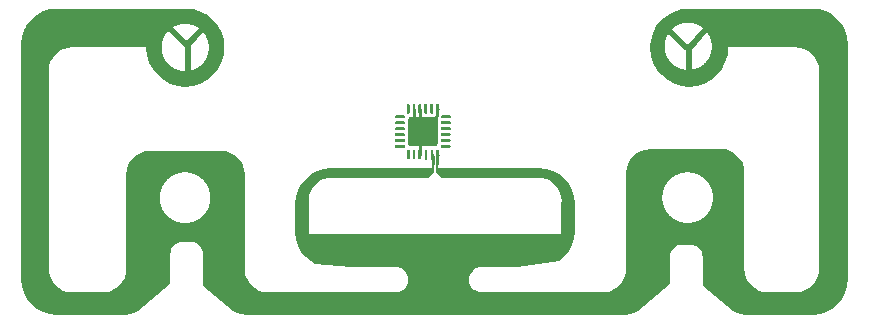
<source format=gbr>
G04 #@! TF.GenerationSoftware,KiCad,Pcbnew,5.1.9*
G04 #@! TF.CreationDate,2022-02-02T10:11:48+01:00*
G04 #@! TF.ProjectId,Test_Antenna,54657374-5f41-46e7-9465-6e6e612e6b69,rev?*
G04 #@! TF.SameCoordinates,Original*
G04 #@! TF.FileFunction,Copper,L1,Top*
G04 #@! TF.FilePolarity,Positive*
%FSLAX46Y46*%
G04 Gerber Fmt 4.6, Leading zero omitted, Abs format (unit mm)*
G04 Created by KiCad (PCBNEW 5.1.9) date 2022-02-02 10:11:48*
%MOMM*%
%LPD*%
G01*
G04 APERTURE LIST*
G04 #@! TA.AperFunction,EtchedComponent*
%ADD10C,0.100000*%
G04 #@! TD*
G04 #@! TA.AperFunction,SMDPad,CuDef*
%ADD11R,0.175000X0.500000*%
G04 #@! TD*
G04 #@! TA.AperFunction,SMDPad,CuDef*
%ADD12R,0.250000X0.825000*%
G04 #@! TD*
G04 #@! TA.AperFunction,Conductor*
%ADD13C,0.250000*%
G04 #@! TD*
G04 APERTURE END LIST*
D10*
G36*
X-3565000Y-53502000D02*
G01*
X-3195000Y-53388000D01*
X-2854000Y-53203000D01*
X-150000Y-50969000D01*
X-150000Y-48934000D01*
X-263000Y-48797000D01*
X-150000Y-48889000D01*
X-150000Y-48621000D01*
X-131000Y-48427000D01*
X-131000Y-48426000D01*
X-130000Y-48425000D01*
X-74000Y-48238000D01*
X-73000Y-48236000D01*
X-73000Y-48235000D01*
X19000Y-48063000D01*
X19000Y-48062000D01*
X20000Y-48061000D01*
X143000Y-47910000D01*
X145000Y-47908000D01*
X296000Y-47783000D01*
X297000Y-47783000D01*
X298000Y-47782000D01*
X469000Y-47689000D01*
X471000Y-47689000D01*
X472000Y-47688000D01*
X658000Y-47630000D01*
X660000Y-47630000D01*
X818000Y-47610000D01*
X1626000Y-47610000D01*
X1819000Y-47638000D01*
X1820000Y-47638000D01*
X1822000Y-47639000D01*
X2006000Y-47703000D01*
X2007000Y-47704000D01*
X2008000Y-47704000D01*
X2176000Y-47803000D01*
X2177000Y-47803000D01*
X2179000Y-47805000D01*
X2324000Y-47934000D01*
X2326000Y-47936000D01*
X2444000Y-48092000D01*
X2445000Y-48093000D01*
X2445000Y-48094000D01*
X2530000Y-48269000D01*
X2531000Y-48270000D01*
X2531000Y-48272000D01*
X2581000Y-48461000D01*
X2581000Y-48463000D01*
X2594000Y-48621000D01*
X2594000Y-51130000D01*
X5142000Y-53211000D01*
X5485000Y-53393000D01*
X5856000Y-53505000D01*
X6243000Y-53543000D01*
X11923000Y-53543000D01*
X12504000Y-53482000D01*
X13060000Y-53310000D01*
X13573000Y-53032000D01*
X14022000Y-52661000D01*
X14391000Y-52209000D01*
X14664000Y-51694000D01*
X14833000Y-51136000D01*
X14890000Y-50556000D01*
X14890000Y-30591000D01*
X14829000Y-30011000D01*
X14656000Y-29454000D01*
X14379000Y-28941000D01*
X14008000Y-28492000D01*
X13556000Y-28124000D01*
X13041000Y-27850000D01*
X12483000Y-27681000D01*
X11902000Y-27624000D01*
X1467000Y-27624000D01*
X1398000Y-27625000D01*
X1394100Y-27625500D01*
X756000Y-27702000D01*
X143000Y-27901000D01*
X-287000Y-28141200D01*
X-421000Y-28216000D01*
X-912000Y-28634000D01*
X-1313000Y-29140000D01*
X-1413210Y-29335000D01*
X41000Y-29335000D01*
X67400Y-29311600D01*
X94200Y-29288700D01*
X121400Y-29266300D01*
X149000Y-29244300D01*
X177000Y-29222900D01*
X205400Y-29201900D01*
X234100Y-29181500D01*
X263200Y-29161500D01*
X292600Y-29142100D01*
X322400Y-29123200D01*
X352500Y-29104800D01*
X382900Y-29087000D01*
X413600Y-29069700D01*
X444600Y-29052900D01*
X475900Y-29036700D01*
X507500Y-29021000D01*
X539400Y-29005900D01*
X571500Y-28991400D01*
X603900Y-28977400D01*
X636500Y-28964000D01*
X669400Y-28951200D01*
X702500Y-28939000D01*
X735800Y-28927300D01*
X769200Y-28916200D01*
X802900Y-28905800D01*
X836800Y-28895900D01*
X870800Y-28886600D01*
X905000Y-28878000D01*
X939300Y-28869900D01*
X973800Y-28862400D01*
X1008300Y-28855600D01*
X1043100Y-28849300D01*
X1077900Y-28843700D01*
X1112800Y-28838700D01*
X1147800Y-28834300D01*
X1182800Y-28830500D01*
X1217900Y-28827300D01*
X1253100Y-28824800D01*
X1288300Y-28822800D01*
X1323600Y-28821500D01*
X1358800Y-28820900D01*
X1394100Y-28820800D01*
X1429300Y-28821400D01*
X1464600Y-28822500D01*
X1499800Y-28824300D01*
X1535000Y-28826800D01*
X1570100Y-28829800D01*
X1605200Y-28833500D01*
X1640200Y-28837800D01*
X1675100Y-28842700D01*
X1710000Y-28848200D01*
X1744700Y-28854300D01*
X1779300Y-28861000D01*
X1813800Y-28868400D01*
X1848100Y-28876300D01*
X1882400Y-28884900D01*
X1916400Y-28894100D01*
X1950300Y-28903800D01*
X1984000Y-28914200D01*
X2017500Y-28925100D01*
X2050800Y-28936700D01*
X2084000Y-28948800D01*
X2116900Y-28961500D01*
X2149500Y-28974800D01*
X2182000Y-28988600D01*
X2214100Y-29003100D01*
X2246000Y-29018000D01*
X2277700Y-29033600D01*
X2309100Y-29049700D01*
X2340100Y-29066400D01*
X2370900Y-29083600D01*
X2401400Y-29101300D01*
X2431600Y-29119600D01*
X2461400Y-29138400D01*
X2490900Y-29157700D01*
X2520000Y-29177600D01*
X2548800Y-29197900D01*
X2577300Y-29218800D01*
X2605300Y-29240100D01*
X2633000Y-29262000D01*
X1384000Y-30678000D01*
X41000Y-29335000D01*
X-1413210Y-29335000D01*
X-1608000Y-29714000D01*
X-1786000Y-30334000D01*
X-1825680Y-30807300D01*
X-620300Y-30807300D01*
X-619700Y-30772200D01*
X-618600Y-30737100D01*
X-616800Y-30702100D01*
X-614400Y-30667100D01*
X-611400Y-30632100D01*
X-607800Y-30597200D01*
X-603600Y-30562300D01*
X-598700Y-30527600D01*
X-593300Y-30492900D01*
X-587200Y-30458400D01*
X-580600Y-30423900D01*
X-573300Y-30389600D01*
X-565500Y-30355400D01*
X-557000Y-30321300D01*
X-547900Y-30287400D01*
X-538300Y-30253700D01*
X-528100Y-30220100D01*
X-517200Y-30186700D01*
X-505800Y-30153500D01*
X-493800Y-30120500D01*
X-481200Y-30087800D01*
X-468100Y-30055200D01*
X-454400Y-30022900D01*
X-440100Y-29990900D01*
X-425300Y-29959100D01*
X-409900Y-29927500D01*
X-393900Y-29896300D01*
X-377500Y-29865300D01*
X-360400Y-29834600D01*
X-342900Y-29804200D01*
X-324800Y-29774200D01*
X-306100Y-29744400D01*
X-287000Y-29715000D01*
X1106000Y-31108000D01*
X1671000Y-31108000D01*
X2981000Y-29622000D01*
X3001800Y-29650200D01*
X3022000Y-29678800D01*
X3041800Y-29707800D01*
X3061000Y-29737100D01*
X3079800Y-29766700D01*
X3098000Y-29796600D01*
X3115700Y-29826900D01*
X3132800Y-29857500D01*
X3149400Y-29888300D01*
X3165500Y-29919500D01*
X3181000Y-29950900D01*
X3196000Y-29982600D01*
X3210400Y-30014500D01*
X3224200Y-30046700D01*
X3237500Y-30079100D01*
X3250200Y-30111800D01*
X3262400Y-30144700D01*
X3273900Y-30177800D01*
X3284900Y-30211100D01*
X3295300Y-30244500D01*
X3305100Y-30278200D01*
X3314300Y-30312000D01*
X3322900Y-30346000D01*
X3331000Y-30380100D01*
X3338400Y-30414300D01*
X3345200Y-30448700D01*
X3351400Y-30483200D01*
X3357100Y-30517800D01*
X3362100Y-30552500D01*
X3366500Y-30587200D01*
X3370300Y-30622100D01*
X3373400Y-30657000D01*
X3376000Y-30691900D01*
X3378000Y-30726900D01*
X3379300Y-30762000D01*
X3380000Y-30797000D01*
X3380100Y-30832000D01*
X3379600Y-30867100D01*
X3378500Y-30902100D01*
X3376800Y-30937100D01*
X3374500Y-30972100D01*
X3371500Y-31007000D01*
X3367900Y-31041900D01*
X3363800Y-31076700D01*
X3359000Y-31111400D01*
X3353600Y-31146000D01*
X3347600Y-31180600D01*
X3341000Y-31215000D01*
X3333800Y-31249300D01*
X3326000Y-31283400D01*
X3317600Y-31317500D01*
X3308600Y-31351300D01*
X3299000Y-31385000D01*
X3288800Y-31418600D01*
X3278100Y-31451900D01*
X3266700Y-31485100D01*
X3254800Y-31518100D01*
X3242300Y-31550800D01*
X3229200Y-31583300D01*
X3215600Y-31615600D01*
X3201400Y-31647600D01*
X3186600Y-31679400D01*
X3171300Y-31710900D01*
X3155400Y-31742200D01*
X3139000Y-31773200D01*
X3122100Y-31803800D01*
X3104600Y-31834200D01*
X3086600Y-31864300D01*
X3068000Y-31894000D01*
X3049000Y-31923400D01*
X3029400Y-31952500D01*
X3009300Y-31981200D01*
X2988700Y-32009600D01*
X2967700Y-32037600D01*
X2946100Y-32065200D01*
X2924100Y-32092500D01*
X2901600Y-32119300D01*
X2878600Y-32145800D01*
X2855100Y-32171900D01*
X2831200Y-32197500D01*
X2806900Y-32222700D01*
X2782100Y-32247500D01*
X2756900Y-32271900D01*
X2731300Y-32295800D01*
X2705200Y-32319200D01*
X2678800Y-32342200D01*
X2651900Y-32364700D01*
X2624700Y-32386800D01*
X2597100Y-32408300D01*
X2569100Y-32429400D01*
X2540700Y-32450000D01*
X2512000Y-32470100D01*
X2482900Y-32489700D01*
X2453500Y-32508700D01*
X2423800Y-32527300D01*
X2393700Y-32545300D01*
X2363400Y-32562800D01*
X2332700Y-32579800D01*
X2301700Y-32596200D01*
X2270500Y-32612100D01*
X2239000Y-32627400D01*
X2207200Y-32642200D01*
X2175200Y-32656400D01*
X2142900Y-32670100D01*
X2110400Y-32683100D01*
X2077600Y-32695700D01*
X2044700Y-32707600D01*
X2011500Y-32719000D01*
X1978200Y-32729700D01*
X1944600Y-32739900D01*
X1910900Y-32749500D01*
X1877100Y-32758500D01*
X1843000Y-32766900D01*
X1808900Y-32774800D01*
X1774600Y-32782000D01*
X1740200Y-32788600D01*
X1705600Y-32794600D01*
X1671000Y-32800000D01*
X1671000Y-31108000D01*
X1106000Y-31108000D01*
X1173000Y-31175000D01*
X1173000Y-32810000D01*
X1138100Y-32806100D01*
X1103300Y-32801500D01*
X1068600Y-32796400D01*
X1034000Y-32790600D01*
X999500Y-32784200D01*
X965100Y-32777300D01*
X930800Y-32769700D01*
X896700Y-32761500D01*
X862700Y-32752700D01*
X828900Y-32743300D01*
X795300Y-32733400D01*
X761800Y-32722800D01*
X728500Y-32711700D01*
X695400Y-32700000D01*
X662600Y-32687700D01*
X629900Y-32674800D01*
X597500Y-32661400D01*
X565300Y-32647400D01*
X533400Y-32632800D01*
X501700Y-32617700D01*
X470300Y-32602000D01*
X439200Y-32585700D01*
X408400Y-32569000D01*
X377900Y-32551700D01*
X347600Y-32533800D01*
X317700Y-32515400D01*
X288200Y-32496500D01*
X258900Y-32477100D01*
X230000Y-32457200D01*
X201500Y-32436800D01*
X173300Y-32415900D01*
X145500Y-32394400D01*
X118100Y-32372600D01*
X91100Y-32350200D01*
X64400Y-32327300D01*
X38200Y-32304000D01*
X12400Y-32280300D01*
X-13000Y-32256000D01*
X-38000Y-32231400D01*
X-62500Y-32206300D01*
X-86600Y-32180800D01*
X-110300Y-32154800D01*
X-133400Y-32128500D01*
X-156100Y-32101700D01*
X-178400Y-32074600D01*
X-200100Y-32047000D01*
X-221400Y-32019100D01*
X-242200Y-31990900D01*
X-262500Y-31962200D01*
X-282300Y-31933200D01*
X-301500Y-31903900D01*
X-320300Y-31874200D01*
X-338500Y-31844200D01*
X-356200Y-31813900D01*
X-373400Y-31783300D01*
X-390000Y-31752400D01*
X-406100Y-31721200D01*
X-421600Y-31689800D01*
X-436600Y-31658000D01*
X-451000Y-31626000D01*
X-464800Y-31593800D01*
X-478100Y-31561300D01*
X-490800Y-31528600D01*
X-502900Y-31495600D01*
X-514500Y-31462500D01*
X-525500Y-31429200D01*
X-535900Y-31395700D01*
X-545700Y-31362000D01*
X-554900Y-31328100D01*
X-563500Y-31294100D01*
X-571500Y-31259900D01*
X-578900Y-31225600D01*
X-585700Y-31191200D01*
X-591900Y-31156600D01*
X-597500Y-31122000D01*
X-602500Y-31087200D01*
X-606800Y-31052400D01*
X-610600Y-31017500D01*
X-613700Y-30982600D01*
X-616300Y-30947600D01*
X-618200Y-30912500D01*
X-619500Y-30877500D01*
X-620200Y-30842400D01*
X-620300Y-30807300D01*
X-1825680Y-30807300D01*
X-1840000Y-30978000D01*
X-1768000Y-31619000D01*
X-1573000Y-32234000D01*
X-1262000Y-32800000D01*
X-847000Y-33294000D01*
X-344000Y-33699000D01*
X228000Y-33998000D01*
X847000Y-34180000D01*
X1489000Y-34238000D01*
X2131000Y-34171000D01*
X2748000Y-33980000D01*
X3316000Y-33673000D01*
X3813000Y-33262000D01*
X4221000Y-32762000D01*
X4524000Y-32192000D01*
X4710000Y-31574000D01*
X4774000Y-30930000D01*
X4774000Y-30926000D01*
X4776000Y-30924000D01*
X4777000Y-30922000D01*
X4779000Y-30920000D01*
X4782000Y-30919000D01*
X4784000Y-30919000D01*
X4785000Y-30918000D01*
X10448000Y-30918000D01*
X10836000Y-30956000D01*
X10838000Y-30957000D01*
X10839000Y-30957000D01*
X11212000Y-31070000D01*
X11214000Y-31070000D01*
X11215000Y-31071000D01*
X11559000Y-31254000D01*
X11560000Y-31254000D01*
X11561000Y-31255000D01*
X11562000Y-31255000D01*
X11864000Y-31502000D01*
X11866000Y-31504000D01*
X12115000Y-31805000D01*
X12115000Y-31806000D01*
X12116000Y-31807000D01*
X12302000Y-32150000D01*
X12302000Y-32151000D01*
X12303000Y-32153000D01*
X12418000Y-32525000D01*
X12418000Y-32527000D01*
X12419000Y-32528000D01*
X12459000Y-32916000D01*
X12459000Y-32917000D01*
X12460000Y-32918000D01*
X12460000Y-49644000D01*
X12421000Y-50032000D01*
X12421000Y-50035000D01*
X12308000Y-50408000D01*
X12308000Y-50410000D01*
X12307000Y-50411000D01*
X12124000Y-50755000D01*
X12124000Y-50756000D01*
X12122000Y-50758000D01*
X11876000Y-51060000D01*
X11874000Y-51062000D01*
X11573000Y-51311000D01*
X11572000Y-51312000D01*
X11571000Y-51312000D01*
X11228000Y-51498000D01*
X11226000Y-51498000D01*
X11225000Y-51499000D01*
X10852000Y-51614000D01*
X10851000Y-51615000D01*
X10850000Y-51615000D01*
X10462000Y-51656000D01*
X8154000Y-51656000D01*
X7766000Y-51618000D01*
X7765000Y-51617000D01*
X7763000Y-51617000D01*
X7390000Y-51504000D01*
X7388000Y-51504000D01*
X7387000Y-51503000D01*
X7043000Y-51320000D01*
X7042000Y-51319000D01*
X7041000Y-51319000D01*
X6738000Y-51072000D01*
X6736000Y-51070000D01*
X6487000Y-50769000D01*
X6487000Y-50768000D01*
X6486000Y-50767000D01*
X6300000Y-50424000D01*
X6300000Y-50423000D01*
X6299000Y-50421000D01*
X6184000Y-50049000D01*
X6184000Y-50047000D01*
X6183000Y-50046000D01*
X6143000Y-49658000D01*
X6143000Y-49657000D01*
X6142000Y-49643000D01*
X6142000Y-41495000D01*
X6102000Y-41109000D01*
X5987000Y-40738000D01*
X5802000Y-40397000D01*
X5555000Y-40099000D01*
X5255000Y-39854000D01*
X4912000Y-39672000D01*
X4541000Y-39560000D01*
X4154000Y-39522000D01*
X2414000Y-39523000D01*
X-1892000Y-39523000D01*
X-2278000Y-39563000D01*
X-2649000Y-39678000D01*
X-2990000Y-39862000D01*
X-3288000Y-40109000D01*
X-3533000Y-40410000D01*
X-3715000Y-40752000D01*
X-3828000Y-41123000D01*
X-3865000Y-41510000D01*
X-3865000Y-43635000D01*
X-811000Y-43635000D01*
X-810700Y-43597600D01*
X-809700Y-43560200D01*
X-808100Y-43522800D01*
X-805800Y-43485500D01*
X-802800Y-43448200D01*
X-799300Y-43411000D01*
X-795000Y-43373800D01*
X-790100Y-43336800D01*
X-784600Y-43299800D01*
X-778400Y-43262900D01*
X-771600Y-43226100D01*
X-764200Y-43189400D01*
X-756100Y-43152900D01*
X-747300Y-43116600D01*
X-738000Y-43080400D01*
X-728000Y-43044300D01*
X-717400Y-43008400D01*
X-706100Y-42972800D01*
X-694200Y-42937300D01*
X-681800Y-42902100D01*
X-668700Y-42867000D01*
X-655000Y-42832200D01*
X-640600Y-42797700D01*
X-625700Y-42763400D01*
X-610200Y-42729300D01*
X-594100Y-42695600D01*
X-577400Y-42662100D01*
X-560200Y-42628900D01*
X-542300Y-42596100D01*
X-523900Y-42563500D01*
X-504900Y-42531300D01*
X-485400Y-42499400D01*
X-465300Y-42467800D01*
X-444600Y-42436600D01*
X-423400Y-42405800D01*
X-401700Y-42375400D01*
X-379500Y-42345300D01*
X-356700Y-42315600D01*
X-333400Y-42286400D01*
X-309600Y-42257500D01*
X-285300Y-42229100D01*
X-260600Y-42201100D01*
X-235300Y-42173500D01*
X-209500Y-42146300D01*
X-183300Y-42119700D01*
X-156700Y-42093500D01*
X-129500Y-42067700D01*
X-101900Y-42042400D01*
X-73900Y-42017700D01*
X-45500Y-41993400D01*
X-16600Y-41969600D01*
X12600Y-41946300D01*
X42300Y-41923500D01*
X72400Y-41901300D01*
X102800Y-41879600D01*
X133600Y-41858400D01*
X164800Y-41837700D01*
X196400Y-41817600D01*
X228300Y-41798100D01*
X260500Y-41779100D01*
X293100Y-41760700D01*
X325900Y-41742800D01*
X359100Y-41725600D01*
X392600Y-41708900D01*
X426300Y-41692800D01*
X460400Y-41677300D01*
X494700Y-41662400D01*
X529200Y-41648000D01*
X564000Y-41634300D01*
X599100Y-41621200D01*
X634300Y-41608800D01*
X669800Y-41596900D01*
X705400Y-41585600D01*
X741300Y-41575000D01*
X777400Y-41565000D01*
X813600Y-41555700D01*
X849900Y-41546900D01*
X886400Y-41538800D01*
X923100Y-41531400D01*
X959900Y-41524600D01*
X996800Y-41518400D01*
X1033800Y-41512900D01*
X1070800Y-41508000D01*
X1108000Y-41503700D01*
X1145200Y-41500200D01*
X1182500Y-41497200D01*
X1219800Y-41494900D01*
X1257200Y-41493300D01*
X1294600Y-41492300D01*
X1332000Y-41492000D01*
X1369400Y-41492300D01*
X1406800Y-41493300D01*
X1444200Y-41494900D01*
X1481500Y-41497200D01*
X1518800Y-41500200D01*
X1556000Y-41503700D01*
X1593200Y-41508000D01*
X1630200Y-41512900D01*
X1667200Y-41518400D01*
X1704100Y-41524600D01*
X1740900Y-41531400D01*
X1777600Y-41538800D01*
X1814100Y-41546900D01*
X1850400Y-41555700D01*
X1886600Y-41565000D01*
X1922700Y-41575000D01*
X1958600Y-41585600D01*
X1994200Y-41596900D01*
X2029700Y-41608800D01*
X2064900Y-41621200D01*
X2100000Y-41634300D01*
X2134800Y-41648000D01*
X2169300Y-41662400D01*
X2203600Y-41677300D01*
X2237700Y-41692800D01*
X2271400Y-41708900D01*
X2304900Y-41725600D01*
X2338100Y-41742800D01*
X2370900Y-41760700D01*
X2403500Y-41779100D01*
X2435700Y-41798100D01*
X2467600Y-41817600D01*
X2499200Y-41837700D01*
X2530400Y-41858400D01*
X2561200Y-41879600D01*
X2591600Y-41901300D01*
X2621700Y-41923500D01*
X2651400Y-41946300D01*
X2680600Y-41969600D01*
X2709500Y-41993400D01*
X2737900Y-42017700D01*
X2765900Y-42042400D01*
X2793500Y-42067700D01*
X2820700Y-42093500D01*
X2847300Y-42119700D01*
X2873500Y-42146300D01*
X2899300Y-42173500D01*
X2924600Y-42201100D01*
X2949300Y-42229100D01*
X2973600Y-42257500D01*
X2997400Y-42286400D01*
X3020700Y-42315600D01*
X3043500Y-42345300D01*
X3065700Y-42375400D01*
X3087400Y-42405800D01*
X3108600Y-42436600D01*
X3129300Y-42467800D01*
X3149400Y-42499400D01*
X3168900Y-42531300D01*
X3187900Y-42563500D01*
X3206300Y-42596100D01*
X3224200Y-42628900D01*
X3241400Y-42662100D01*
X3258100Y-42695600D01*
X3274200Y-42729300D01*
X3289700Y-42763400D01*
X3304600Y-42797700D01*
X3319000Y-42832200D01*
X3332700Y-42867000D01*
X3345800Y-42902100D01*
X3358200Y-42937300D01*
X3370100Y-42972800D01*
X3381400Y-43008400D01*
X3392000Y-43044300D01*
X3402000Y-43080400D01*
X3411300Y-43116600D01*
X3420100Y-43152900D01*
X3428200Y-43189400D01*
X3435600Y-43226100D01*
X3442400Y-43262900D01*
X3448600Y-43299800D01*
X3454100Y-43336800D01*
X3459000Y-43373800D01*
X3463300Y-43411000D01*
X3466800Y-43448200D01*
X3469800Y-43485500D01*
X3472100Y-43522800D01*
X3473700Y-43560200D01*
X3474700Y-43597600D01*
X3475000Y-43635000D01*
X3474700Y-43672400D01*
X3473700Y-43709800D01*
X3472100Y-43747200D01*
X3469800Y-43784500D01*
X3466800Y-43821800D01*
X3463300Y-43859000D01*
X3459000Y-43896200D01*
X3454100Y-43933200D01*
X3448600Y-43970200D01*
X3442400Y-44007100D01*
X3435600Y-44043900D01*
X3428200Y-44080600D01*
X3420100Y-44117100D01*
X3411300Y-44153400D01*
X3402000Y-44189600D01*
X3392000Y-44225700D01*
X3381400Y-44261600D01*
X3370100Y-44297200D01*
X3358200Y-44332700D01*
X3345800Y-44367900D01*
X3332700Y-44403000D01*
X3319000Y-44437800D01*
X3304600Y-44472300D01*
X3289700Y-44506600D01*
X3274200Y-44540700D01*
X3258100Y-44574400D01*
X3241400Y-44607900D01*
X3224200Y-44641100D01*
X3206300Y-44673900D01*
X3187900Y-44706500D01*
X3168900Y-44738700D01*
X3149400Y-44770600D01*
X3129300Y-44802200D01*
X3108600Y-44833400D01*
X3087400Y-44864200D01*
X3065700Y-44894600D01*
X3043500Y-44924700D01*
X3020700Y-44954400D01*
X2997400Y-44983600D01*
X2973600Y-45012500D01*
X2949300Y-45040900D01*
X2924600Y-45068900D01*
X2899300Y-45096500D01*
X2873500Y-45123700D01*
X2847300Y-45150300D01*
X2820700Y-45176500D01*
X2793500Y-45202300D01*
X2765900Y-45227600D01*
X2737900Y-45252300D01*
X2709500Y-45276600D01*
X2680600Y-45300400D01*
X2651400Y-45323700D01*
X2621700Y-45346500D01*
X2591600Y-45368700D01*
X2561200Y-45390400D01*
X2530400Y-45411600D01*
X2499200Y-45432300D01*
X2467600Y-45452400D01*
X2435700Y-45471900D01*
X2403500Y-45490900D01*
X2370900Y-45509300D01*
X2338100Y-45527200D01*
X2304900Y-45544400D01*
X2271400Y-45561100D01*
X2237700Y-45577200D01*
X2203600Y-45592700D01*
X2169300Y-45607600D01*
X2134800Y-45622000D01*
X2100000Y-45635700D01*
X2064900Y-45648800D01*
X2029700Y-45661200D01*
X1994200Y-45673100D01*
X1958600Y-45684400D01*
X1922700Y-45695000D01*
X1886600Y-45705000D01*
X1850400Y-45714300D01*
X1814100Y-45723100D01*
X1777600Y-45731200D01*
X1740900Y-45738600D01*
X1704100Y-45745400D01*
X1667200Y-45751600D01*
X1630200Y-45757100D01*
X1593200Y-45762000D01*
X1556000Y-45766300D01*
X1518800Y-45769800D01*
X1481500Y-45772800D01*
X1444200Y-45775100D01*
X1406800Y-45776700D01*
X1369400Y-45777700D01*
X1332000Y-45778000D01*
X1294600Y-45777700D01*
X1257200Y-45776700D01*
X1219800Y-45775100D01*
X1182500Y-45772800D01*
X1145200Y-45769800D01*
X1108000Y-45766300D01*
X1070800Y-45762000D01*
X1033800Y-45757100D01*
X996800Y-45751600D01*
X959900Y-45745400D01*
X923100Y-45738600D01*
X886400Y-45731200D01*
X849900Y-45723100D01*
X813600Y-45714300D01*
X777400Y-45705000D01*
X741300Y-45695000D01*
X705400Y-45684400D01*
X669800Y-45673100D01*
X634300Y-45661200D01*
X599100Y-45648800D01*
X564000Y-45635700D01*
X529200Y-45622000D01*
X494700Y-45607600D01*
X460400Y-45592700D01*
X426300Y-45577200D01*
X392600Y-45561100D01*
X359100Y-45544400D01*
X325900Y-45527200D01*
X293100Y-45509300D01*
X260500Y-45490900D01*
X228300Y-45471900D01*
X196400Y-45452400D01*
X164800Y-45432300D01*
X133600Y-45411600D01*
X102800Y-45390400D01*
X72400Y-45368700D01*
X42300Y-45346500D01*
X12600Y-45323700D01*
X-16600Y-45300400D01*
X-45500Y-45276600D01*
X-73900Y-45252300D01*
X-101900Y-45227600D01*
X-129500Y-45202300D01*
X-156700Y-45176500D01*
X-183300Y-45150300D01*
X-209500Y-45123700D01*
X-235300Y-45096500D01*
X-260600Y-45068900D01*
X-285300Y-45040900D01*
X-309600Y-45012500D01*
X-333400Y-44983600D01*
X-356700Y-44954400D01*
X-379500Y-44924700D01*
X-401700Y-44894600D01*
X-423400Y-44864200D01*
X-444600Y-44833400D01*
X-465300Y-44802200D01*
X-485400Y-44770600D01*
X-504900Y-44738700D01*
X-523900Y-44706500D01*
X-542300Y-44673900D01*
X-560200Y-44641100D01*
X-577400Y-44607900D01*
X-594100Y-44574400D01*
X-610200Y-44540700D01*
X-625700Y-44506600D01*
X-640600Y-44472300D01*
X-655000Y-44437800D01*
X-668700Y-44403000D01*
X-681800Y-44367900D01*
X-694200Y-44332700D01*
X-706100Y-44297200D01*
X-717400Y-44261600D01*
X-728000Y-44225700D01*
X-738000Y-44189600D01*
X-747300Y-44153400D01*
X-756100Y-44117100D01*
X-764200Y-44080600D01*
X-771600Y-44043900D01*
X-778400Y-44007100D01*
X-784600Y-43970200D01*
X-790100Y-43933200D01*
X-795000Y-43896200D01*
X-799300Y-43859000D01*
X-802800Y-43821800D01*
X-805800Y-43784500D01*
X-808100Y-43747200D01*
X-809700Y-43709800D01*
X-810700Y-43672400D01*
X-811000Y-43635000D01*
X-3865000Y-43635000D01*
X-3865000Y-49644000D01*
X-3904000Y-50032000D01*
X-3904000Y-50035000D01*
X-4017000Y-50408000D01*
X-4017000Y-50410000D01*
X-4018000Y-50411000D01*
X-4201000Y-50755000D01*
X-4201000Y-50756000D01*
X-4203000Y-50758000D01*
X-4449000Y-51060000D01*
X-4451000Y-51062000D01*
X-4752000Y-51311000D01*
X-4753000Y-51312000D01*
X-4754000Y-51312000D01*
X-5097000Y-51498000D01*
X-5099000Y-51498000D01*
X-5100000Y-51499000D01*
X-5473000Y-51614000D01*
X-5474000Y-51615000D01*
X-5475000Y-51615000D01*
X-5863000Y-51656000D01*
X-16153000Y-51656000D01*
X-16347000Y-51637000D01*
X-16348000Y-51636000D01*
X-16349000Y-51636000D01*
X-16536000Y-51580000D01*
X-16537000Y-51579000D01*
X-16539000Y-51579000D01*
X-16711000Y-51487000D01*
X-16712000Y-51486000D01*
X-16713000Y-51486000D01*
X-16864000Y-51362000D01*
X-16865000Y-51361000D01*
X-16866000Y-51361000D01*
X-16991000Y-51210000D01*
X-16991000Y-51209000D01*
X-16992000Y-51208000D01*
X-17085000Y-51036000D01*
X-17085000Y-51035000D01*
X-17086000Y-51034000D01*
X-17143000Y-50847000D01*
X-17144000Y-50847000D01*
X-17144000Y-50845000D01*
X-17164000Y-50651000D01*
X-17164000Y-50650000D01*
X-17165000Y-50643000D01*
X-17165000Y-50539000D01*
X-17164000Y-50538000D01*
X-17145000Y-50344000D01*
X-17145000Y-50341000D01*
X-17088000Y-50154000D01*
X-17088000Y-50152000D01*
X-16996000Y-49980000D01*
X-16996000Y-49979000D01*
X-16994000Y-49977000D01*
X-16871000Y-49826000D01*
X-16869000Y-49824000D01*
X-16719000Y-49700000D01*
X-16718000Y-49699000D01*
X-16717000Y-49699000D01*
X-16545000Y-49606000D01*
X-16544000Y-49605000D01*
X-16543000Y-49605000D01*
X-16356000Y-49547000D01*
X-16354000Y-49547000D01*
X-16160000Y-49526000D01*
X-13095000Y-49526000D01*
X-9547000Y-49015000D01*
X-9097000Y-48644000D01*
X-8729000Y-48192000D01*
X-8455000Y-47677000D01*
X-8287000Y-47119000D01*
X-8230000Y-46539000D01*
X-8230000Y-44100000D01*
X-8291000Y-43520000D01*
X-8463000Y-42963000D01*
X-8741000Y-42450000D01*
X-9112000Y-42001000D01*
X-9564000Y-41633000D01*
X-10079000Y-41359000D01*
X-10637000Y-41190000D01*
X-11217000Y-41133000D01*
X-19697000Y-41134000D01*
X-19784000Y-41134000D01*
X-19786000Y-41133000D01*
X-19789000Y-41133000D01*
X-19791000Y-41131000D01*
X-19793000Y-41130000D01*
X-19795000Y-41128000D01*
X-19796000Y-41125000D01*
X-19797000Y-41123000D01*
X-19797000Y-40670000D01*
X-19971000Y-40670000D01*
X-19971000Y-41444000D01*
X-19478000Y-41936000D01*
X-11368000Y-41936000D01*
X-10979000Y-41974000D01*
X-10979000Y-41975000D01*
X-10977000Y-41975000D01*
X-10603000Y-42088000D01*
X-10602000Y-42088000D01*
X-10601000Y-42089000D01*
X-10270000Y-42263000D01*
X-10268000Y-42264000D01*
X-9877000Y-42598000D01*
X-9876000Y-42600000D01*
X-9875000Y-42600000D01*
X-9652000Y-42899000D01*
X-9650000Y-42901000D01*
X-9487000Y-43236000D01*
X-9486000Y-43237000D01*
X-9486000Y-43238000D01*
X-9399000Y-43536000D01*
X-9399000Y-43537000D01*
X-9398000Y-43539000D01*
X-9334000Y-44041000D01*
X-9356000Y-44041000D01*
X-9356000Y-44148000D01*
X-9353000Y-44148000D01*
X-9353000Y-46266000D01*
X-9356000Y-46266000D01*
X-9356000Y-46717000D01*
X-30762000Y-46717000D01*
X-30762000Y-46268000D01*
X-30765000Y-46268000D01*
X-30765000Y-44332000D01*
X-30762000Y-44332000D01*
X-30762000Y-44041000D01*
X-30719000Y-43704000D01*
X-30719000Y-43536000D01*
X-30632000Y-43238000D01*
X-30631000Y-43237000D01*
X-30631000Y-43236000D01*
X-30467000Y-42901000D01*
X-30466000Y-42900000D01*
X-30466000Y-42899000D01*
X-30242000Y-42600000D01*
X-30240000Y-42598000D01*
X-29849000Y-42264000D01*
X-29848000Y-42263000D01*
X-29847000Y-42263000D01*
X-29501000Y-42082000D01*
X-29500000Y-42082000D01*
X-29499000Y-42081000D01*
X-29124000Y-41972000D01*
X-29123000Y-41972000D01*
X-29122000Y-41971000D01*
X-28750000Y-41936000D01*
X-20639000Y-41936000D01*
X-20147000Y-41444000D01*
X-20147000Y-40670000D01*
X-20321000Y-40670000D01*
X-20321000Y-41120000D01*
X-20320000Y-41120000D01*
X-20321000Y-41123000D01*
X-20321000Y-41125000D01*
X-20323000Y-41128000D01*
X-20324000Y-41130000D01*
X-20326000Y-41131000D01*
X-20329000Y-41132000D01*
X-20331000Y-41133000D01*
X-28921000Y-41133000D01*
X-29501000Y-41194000D01*
X-30058000Y-41367000D01*
X-30571000Y-41644000D01*
X-31020000Y-42016000D01*
X-31388000Y-42467000D01*
X-31662000Y-42982000D01*
X-31831000Y-43540000D01*
X-31888000Y-44121000D01*
X-31888000Y-46539000D01*
X-31887000Y-46559000D01*
X-31826000Y-47140000D01*
X-31654000Y-47697000D01*
X-31377000Y-48209000D01*
X-31005000Y-48659000D01*
X-30554000Y-49027000D01*
X-30175000Y-49229000D01*
X-27151000Y-49526000D01*
X-23347000Y-49526000D01*
X-23153000Y-49545000D01*
X-23151000Y-49545000D01*
X-23150000Y-49546000D01*
X-22963000Y-49602000D01*
X-22962000Y-49603000D01*
X-22961000Y-49603000D01*
X-22789000Y-49695000D01*
X-22787000Y-49695000D01*
X-22786000Y-49696000D01*
X-22635000Y-49819000D01*
X-22635000Y-49820000D01*
X-22634000Y-49820000D01*
X-22633000Y-49821000D01*
X-22509000Y-49972000D01*
X-22507000Y-49974000D01*
X-22415000Y-50145000D01*
X-22415000Y-50146000D01*
X-22414000Y-50147000D01*
X-22414000Y-50148000D01*
X-22356000Y-50334000D01*
X-22356000Y-50336000D01*
X-22355000Y-50337000D01*
X-22335000Y-50531000D01*
X-22335000Y-50644000D01*
X-22354000Y-50838000D01*
X-22354000Y-50839000D01*
X-22355000Y-50841000D01*
X-22411000Y-51027000D01*
X-22411000Y-51029000D01*
X-22412000Y-51030000D01*
X-22504000Y-51202000D01*
X-22504000Y-51203000D01*
X-22505000Y-51204000D01*
X-22628000Y-51355000D01*
X-22628000Y-51356000D01*
X-22629000Y-51356000D01*
X-22630000Y-51357000D01*
X-22780000Y-51482000D01*
X-22781000Y-51482000D01*
X-22782000Y-51483000D01*
X-22783000Y-51483000D01*
X-22954000Y-51576000D01*
X-22956000Y-51577000D01*
X-22957000Y-51577000D01*
X-23143000Y-51635000D01*
X-23146000Y-51635000D01*
X-23340000Y-51656000D01*
X-34162000Y-51656000D01*
X-34550000Y-51618000D01*
X-34551000Y-51617000D01*
X-34553000Y-51617000D01*
X-34926000Y-51504000D01*
X-34928000Y-51504000D01*
X-34929000Y-51503000D01*
X-35273000Y-51320000D01*
X-35274000Y-51319000D01*
X-35275000Y-51319000D01*
X-35578000Y-51072000D01*
X-35580000Y-51070000D01*
X-35829000Y-50769000D01*
X-35829000Y-50768000D01*
X-35830000Y-50767000D01*
X-36016000Y-50424000D01*
X-36016000Y-50423000D01*
X-36017000Y-50421000D01*
X-36132000Y-50049000D01*
X-36132000Y-50047000D01*
X-36133000Y-50046000D01*
X-36173000Y-49658000D01*
X-36173000Y-49657000D01*
X-36174000Y-49643000D01*
X-36174000Y-41648000D01*
X-36214000Y-41262000D01*
X-36329000Y-40891000D01*
X-36514000Y-40550000D01*
X-36761000Y-40252000D01*
X-37061000Y-40007000D01*
X-37404000Y-39825000D01*
X-37775000Y-39713000D01*
X-38162000Y-39675000D01*
X-39902000Y-39676000D01*
X-44208000Y-39676000D01*
X-44594000Y-39716000D01*
X-44965000Y-39831000D01*
X-45306000Y-40015000D01*
X-45604000Y-40262000D01*
X-45849000Y-40563000D01*
X-46031000Y-40905000D01*
X-46144000Y-41276000D01*
X-46181000Y-41663000D01*
X-46181000Y-43635000D01*
X-43362000Y-43635000D01*
X-43361700Y-43597600D01*
X-43360700Y-43560200D01*
X-43359100Y-43522800D01*
X-43356800Y-43485500D01*
X-43353800Y-43448200D01*
X-43350300Y-43411000D01*
X-43346000Y-43373800D01*
X-43341100Y-43336800D01*
X-43335600Y-43299800D01*
X-43329400Y-43262900D01*
X-43322600Y-43226100D01*
X-43315200Y-43189400D01*
X-43307100Y-43152900D01*
X-43298300Y-43116600D01*
X-43289000Y-43080400D01*
X-43279000Y-43044300D01*
X-43268400Y-43008400D01*
X-43257100Y-42972800D01*
X-43245200Y-42937300D01*
X-43232800Y-42902100D01*
X-43219700Y-42867000D01*
X-43206000Y-42832200D01*
X-43191600Y-42797700D01*
X-43176700Y-42763400D01*
X-43161200Y-42729300D01*
X-43145100Y-42695600D01*
X-43128400Y-42662100D01*
X-43111200Y-42628900D01*
X-43093300Y-42596100D01*
X-43074900Y-42563500D01*
X-43055900Y-42531300D01*
X-43036400Y-42499400D01*
X-43016300Y-42467800D01*
X-42995600Y-42436600D01*
X-42974400Y-42405800D01*
X-42952700Y-42375400D01*
X-42930500Y-42345300D01*
X-42907700Y-42315600D01*
X-42884400Y-42286400D01*
X-42860600Y-42257500D01*
X-42836300Y-42229100D01*
X-42811600Y-42201100D01*
X-42786300Y-42173500D01*
X-42760500Y-42146300D01*
X-42734300Y-42119700D01*
X-42707700Y-42093500D01*
X-42680500Y-42067700D01*
X-42652900Y-42042400D01*
X-42624900Y-42017700D01*
X-42596500Y-41993400D01*
X-42567600Y-41969600D01*
X-42538400Y-41946300D01*
X-42508700Y-41923500D01*
X-42478600Y-41901300D01*
X-42448200Y-41879600D01*
X-42417400Y-41858400D01*
X-42386200Y-41837700D01*
X-42354600Y-41817600D01*
X-42322700Y-41798100D01*
X-42290500Y-41779100D01*
X-42257900Y-41760700D01*
X-42225100Y-41742800D01*
X-42191900Y-41725600D01*
X-42158400Y-41708900D01*
X-42124700Y-41692800D01*
X-42090600Y-41677300D01*
X-42056300Y-41662400D01*
X-42021800Y-41648000D01*
X-41987000Y-41634300D01*
X-41951900Y-41621200D01*
X-41916700Y-41608800D01*
X-41881200Y-41596900D01*
X-41845600Y-41585600D01*
X-41809700Y-41575000D01*
X-41773600Y-41565000D01*
X-41737400Y-41555700D01*
X-41701100Y-41546900D01*
X-41664600Y-41538800D01*
X-41627900Y-41531400D01*
X-41591100Y-41524600D01*
X-41554200Y-41518400D01*
X-41517200Y-41512900D01*
X-41480200Y-41508000D01*
X-41443000Y-41503700D01*
X-41405800Y-41500200D01*
X-41368500Y-41497200D01*
X-41331200Y-41494900D01*
X-41293800Y-41493300D01*
X-41256400Y-41492300D01*
X-41219000Y-41492000D01*
X-41181600Y-41492300D01*
X-41144200Y-41493300D01*
X-41106800Y-41494900D01*
X-41069500Y-41497200D01*
X-41032200Y-41500200D01*
X-40995000Y-41503700D01*
X-40957800Y-41508000D01*
X-40920800Y-41512900D01*
X-40883800Y-41518400D01*
X-40846900Y-41524600D01*
X-40810100Y-41531400D01*
X-40773400Y-41538800D01*
X-40736900Y-41546900D01*
X-40700600Y-41555700D01*
X-40664400Y-41565000D01*
X-40628300Y-41575000D01*
X-40592400Y-41585600D01*
X-40556800Y-41596900D01*
X-40521300Y-41608800D01*
X-40486100Y-41621200D01*
X-40451000Y-41634300D01*
X-40416200Y-41648000D01*
X-40381700Y-41662400D01*
X-40347400Y-41677300D01*
X-40313300Y-41692800D01*
X-40279600Y-41708900D01*
X-40246100Y-41725600D01*
X-40212900Y-41742800D01*
X-40180100Y-41760700D01*
X-40147500Y-41779100D01*
X-40115300Y-41798100D01*
X-40083400Y-41817600D01*
X-40051800Y-41837700D01*
X-40020600Y-41858400D01*
X-39989800Y-41879600D01*
X-39959400Y-41901300D01*
X-39929300Y-41923500D01*
X-39899600Y-41946300D01*
X-39870400Y-41969600D01*
X-39841500Y-41993400D01*
X-39813100Y-42017700D01*
X-39785100Y-42042400D01*
X-39757500Y-42067700D01*
X-39730300Y-42093500D01*
X-39703700Y-42119700D01*
X-39677500Y-42146300D01*
X-39651700Y-42173500D01*
X-39626400Y-42201100D01*
X-39601700Y-42229100D01*
X-39577400Y-42257500D01*
X-39553600Y-42286400D01*
X-39530300Y-42315600D01*
X-39507500Y-42345300D01*
X-39485300Y-42375400D01*
X-39463600Y-42405800D01*
X-39442400Y-42436600D01*
X-39421700Y-42467800D01*
X-39401600Y-42499400D01*
X-39382100Y-42531300D01*
X-39363100Y-42563500D01*
X-39344700Y-42596100D01*
X-39326800Y-42628900D01*
X-39309600Y-42662100D01*
X-39292900Y-42695600D01*
X-39276800Y-42729300D01*
X-39261300Y-42763400D01*
X-39246400Y-42797700D01*
X-39232000Y-42832200D01*
X-39218300Y-42867000D01*
X-39205200Y-42902100D01*
X-39192800Y-42937300D01*
X-39180900Y-42972800D01*
X-39169600Y-43008400D01*
X-39159000Y-43044300D01*
X-39149000Y-43080400D01*
X-39139700Y-43116600D01*
X-39130900Y-43152900D01*
X-39122800Y-43189400D01*
X-39115400Y-43226100D01*
X-39108600Y-43262900D01*
X-39102400Y-43299800D01*
X-39096900Y-43336800D01*
X-39092000Y-43373800D01*
X-39087700Y-43411000D01*
X-39084200Y-43448200D01*
X-39081200Y-43485500D01*
X-39078900Y-43522800D01*
X-39077300Y-43560200D01*
X-39076300Y-43597600D01*
X-39076000Y-43635000D01*
X-39076300Y-43672400D01*
X-39077300Y-43709800D01*
X-39078900Y-43747200D01*
X-39081200Y-43784500D01*
X-39084200Y-43821800D01*
X-39087700Y-43859000D01*
X-39092000Y-43896200D01*
X-39096900Y-43933200D01*
X-39102400Y-43970200D01*
X-39108600Y-44007100D01*
X-39115400Y-44043900D01*
X-39122800Y-44080600D01*
X-39130900Y-44117100D01*
X-39139700Y-44153400D01*
X-39149000Y-44189600D01*
X-39159000Y-44225700D01*
X-39169600Y-44261600D01*
X-39180900Y-44297200D01*
X-39192800Y-44332700D01*
X-39205200Y-44367900D01*
X-39218300Y-44403000D01*
X-39232000Y-44437800D01*
X-39246400Y-44472300D01*
X-39261300Y-44506600D01*
X-39276800Y-44540700D01*
X-39292900Y-44574400D01*
X-39309600Y-44607900D01*
X-39326800Y-44641100D01*
X-39344700Y-44673900D01*
X-39363100Y-44706500D01*
X-39382100Y-44738700D01*
X-39401600Y-44770600D01*
X-39421700Y-44802200D01*
X-39442400Y-44833400D01*
X-39463600Y-44864200D01*
X-39485300Y-44894600D01*
X-39507500Y-44924700D01*
X-39530300Y-44954400D01*
X-39553600Y-44983600D01*
X-39577400Y-45012500D01*
X-39601700Y-45040900D01*
X-39626400Y-45068900D01*
X-39651700Y-45096500D01*
X-39677500Y-45123700D01*
X-39703700Y-45150300D01*
X-39730300Y-45176500D01*
X-39757500Y-45202300D01*
X-39785100Y-45227600D01*
X-39813100Y-45252300D01*
X-39841500Y-45276600D01*
X-39870400Y-45300400D01*
X-39899600Y-45323700D01*
X-39929300Y-45346500D01*
X-39959400Y-45368700D01*
X-39989800Y-45390400D01*
X-40020600Y-45411600D01*
X-40051800Y-45432300D01*
X-40083400Y-45452400D01*
X-40115300Y-45471900D01*
X-40147500Y-45490900D01*
X-40180100Y-45509300D01*
X-40212900Y-45527200D01*
X-40246100Y-45544400D01*
X-40279600Y-45561100D01*
X-40313300Y-45577200D01*
X-40347400Y-45592700D01*
X-40381700Y-45607600D01*
X-40416200Y-45622000D01*
X-40451000Y-45635700D01*
X-40486100Y-45648800D01*
X-40521300Y-45661200D01*
X-40556800Y-45673100D01*
X-40592400Y-45684400D01*
X-40628300Y-45695000D01*
X-40664400Y-45705000D01*
X-40700600Y-45714300D01*
X-40736900Y-45723100D01*
X-40773400Y-45731200D01*
X-40810100Y-45738600D01*
X-40846900Y-45745400D01*
X-40883800Y-45751600D01*
X-40920800Y-45757100D01*
X-40957800Y-45762000D01*
X-40995000Y-45766300D01*
X-41032200Y-45769800D01*
X-41069500Y-45772800D01*
X-41106800Y-45775100D01*
X-41144200Y-45776700D01*
X-41181600Y-45777700D01*
X-41219000Y-45778000D01*
X-41256400Y-45777700D01*
X-41293800Y-45776700D01*
X-41331200Y-45775100D01*
X-41368500Y-45772800D01*
X-41405800Y-45769800D01*
X-41443000Y-45766300D01*
X-41480200Y-45762000D01*
X-41517200Y-45757100D01*
X-41554200Y-45751600D01*
X-41591100Y-45745400D01*
X-41627900Y-45738600D01*
X-41664600Y-45731200D01*
X-41701100Y-45723100D01*
X-41737400Y-45714300D01*
X-41773600Y-45705000D01*
X-41809700Y-45695000D01*
X-41845600Y-45684400D01*
X-41881200Y-45673100D01*
X-41916700Y-45661200D01*
X-41951900Y-45648800D01*
X-41987000Y-45635700D01*
X-42021800Y-45622000D01*
X-42056300Y-45607600D01*
X-42090600Y-45592700D01*
X-42124700Y-45577200D01*
X-42158400Y-45561100D01*
X-42191900Y-45544400D01*
X-42225100Y-45527200D01*
X-42257900Y-45509300D01*
X-42290500Y-45490900D01*
X-42322700Y-45471900D01*
X-42354600Y-45452400D01*
X-42386200Y-45432300D01*
X-42417400Y-45411600D01*
X-42448200Y-45390400D01*
X-42478600Y-45368700D01*
X-42508700Y-45346500D01*
X-42538400Y-45323700D01*
X-42567600Y-45300400D01*
X-42596500Y-45276600D01*
X-42624900Y-45252300D01*
X-42652900Y-45227600D01*
X-42680500Y-45202300D01*
X-42707700Y-45176500D01*
X-42734300Y-45150300D01*
X-42760500Y-45123700D01*
X-42786300Y-45096500D01*
X-42811600Y-45068900D01*
X-42836300Y-45040900D01*
X-42860600Y-45012500D01*
X-42884400Y-44983600D01*
X-42907700Y-44954400D01*
X-42930500Y-44924700D01*
X-42952700Y-44894600D01*
X-42974400Y-44864200D01*
X-42995600Y-44833400D01*
X-43016300Y-44802200D01*
X-43036400Y-44770600D01*
X-43055900Y-44738700D01*
X-43074900Y-44706500D01*
X-43093300Y-44673900D01*
X-43111200Y-44641100D01*
X-43128400Y-44607900D01*
X-43145100Y-44574400D01*
X-43161200Y-44540700D01*
X-43176700Y-44506600D01*
X-43191600Y-44472300D01*
X-43206000Y-44437800D01*
X-43219700Y-44403000D01*
X-43232800Y-44367900D01*
X-43245200Y-44332700D01*
X-43257100Y-44297200D01*
X-43268400Y-44261600D01*
X-43279000Y-44225700D01*
X-43289000Y-44189600D01*
X-43298300Y-44153400D01*
X-43307100Y-44117100D01*
X-43315200Y-44080600D01*
X-43322600Y-44043900D01*
X-43329400Y-44007100D01*
X-43335600Y-43970200D01*
X-43341100Y-43933200D01*
X-43346000Y-43896200D01*
X-43350300Y-43859000D01*
X-43353800Y-43821800D01*
X-43356800Y-43784500D01*
X-43359100Y-43747200D01*
X-43360700Y-43709800D01*
X-43361700Y-43672400D01*
X-43362000Y-43635000D01*
X-46181000Y-43635000D01*
X-46181000Y-49644000D01*
X-46220000Y-50032000D01*
X-46220000Y-50035000D01*
X-46333000Y-50408000D01*
X-46333000Y-50410000D01*
X-46334000Y-50411000D01*
X-46517000Y-50755000D01*
X-46517000Y-50756000D01*
X-46519000Y-50758000D01*
X-46765000Y-51060000D01*
X-46767000Y-51062000D01*
X-47068000Y-51311000D01*
X-47069000Y-51312000D01*
X-47070000Y-51312000D01*
X-47413000Y-51498000D01*
X-47415000Y-51498000D01*
X-47416000Y-51499000D01*
X-47789000Y-51614000D01*
X-47790000Y-51615000D01*
X-47791000Y-51615000D01*
X-48179000Y-51656000D01*
X-50753000Y-51656000D01*
X-51141000Y-51618000D01*
X-51142000Y-51617000D01*
X-51144000Y-51617000D01*
X-51517000Y-51504000D01*
X-51519000Y-51504000D01*
X-51520000Y-51503000D01*
X-51864000Y-51320000D01*
X-51865000Y-51319000D01*
X-51866000Y-51319000D01*
X-52169000Y-51072000D01*
X-52171000Y-51070000D01*
X-52420000Y-50769000D01*
X-52420000Y-50768000D01*
X-52421000Y-50767000D01*
X-52607000Y-50424000D01*
X-52607000Y-50423000D01*
X-52608000Y-50421000D01*
X-52723000Y-50049000D01*
X-52723000Y-50047000D01*
X-52724000Y-50046000D01*
X-52764000Y-49658000D01*
X-52764000Y-49657000D01*
X-52765000Y-49643000D01*
X-52765000Y-32931000D01*
X-52764000Y-32930000D01*
X-52726000Y-32542000D01*
X-52726000Y-32539000D01*
X-52613000Y-32166000D01*
X-52613000Y-32164000D01*
X-52612000Y-32163000D01*
X-52429000Y-31819000D01*
X-52429000Y-31818000D01*
X-52427000Y-31816000D01*
X-52181000Y-31514000D01*
X-52179000Y-31512000D01*
X-51878000Y-31263000D01*
X-51877000Y-31263000D01*
X-51876000Y-31262000D01*
X-51533000Y-31076000D01*
X-51531000Y-31076000D01*
X-51530000Y-31075000D01*
X-51157000Y-30960000D01*
X-51156000Y-30959000D01*
X-51155000Y-30959000D01*
X-50767000Y-30918000D01*
X-44507000Y-30918000D01*
X-44505000Y-30919000D01*
X-44503000Y-30919000D01*
X-44501000Y-30920000D01*
X-44497000Y-30924000D01*
X-44496000Y-30926000D01*
X-44495000Y-30929000D01*
X-44495000Y-30941000D01*
X-43210100Y-30941000D01*
X-43210100Y-30906000D01*
X-43209500Y-30871000D01*
X-43208300Y-30836100D01*
X-43206400Y-30801100D01*
X-43204000Y-30766200D01*
X-43200900Y-30731400D01*
X-43197300Y-30696600D01*
X-43193000Y-30661800D01*
X-43188100Y-30627200D01*
X-43182600Y-30592600D01*
X-43176500Y-30558200D01*
X-43169800Y-30523800D01*
X-43162500Y-30489600D01*
X-43154600Y-30455500D01*
X-43146200Y-30421600D01*
X-43137100Y-30387800D01*
X-43127400Y-30354100D01*
X-43117200Y-30320700D01*
X-43106300Y-30287400D01*
X-43094900Y-30254300D01*
X-43082900Y-30221500D01*
X-43070300Y-30188800D01*
X-43057200Y-30156400D01*
X-43043500Y-30124200D01*
X-43029200Y-30092200D01*
X-43014400Y-30060500D01*
X-42999000Y-30029100D01*
X-42983100Y-29997900D01*
X-42966600Y-29967100D01*
X-42949600Y-29936500D01*
X-42932100Y-29906200D01*
X-42914000Y-29876200D01*
X-42895500Y-29846600D01*
X-42876400Y-29817300D01*
X-42856700Y-29788300D01*
X-42836600Y-29759600D01*
X-42816000Y-29731400D01*
X-42794900Y-29703500D01*
X-42773300Y-29675900D01*
X-42751300Y-29648800D01*
X-42728700Y-29622000D01*
X-42705700Y-29595600D01*
X-42682300Y-29569700D01*
X-42658400Y-29544100D01*
X-42634000Y-29519000D01*
X-41322000Y-30831000D01*
X-40757000Y-30831000D01*
X-39691000Y-29622000D01*
X-39668400Y-29648800D01*
X-39646300Y-29676000D01*
X-39624700Y-29703600D01*
X-39603500Y-29731600D01*
X-39582900Y-29760000D01*
X-39562700Y-29788600D01*
X-39543100Y-29817700D01*
X-39524000Y-29847100D01*
X-39505400Y-29876800D01*
X-39487300Y-29906800D01*
X-39469700Y-29937200D01*
X-39452700Y-29967800D01*
X-39436200Y-29998800D01*
X-39420300Y-30030000D01*
X-39404900Y-30061500D01*
X-39390100Y-30093300D01*
X-39375800Y-30125300D01*
X-39362100Y-30157600D01*
X-39348900Y-30190100D01*
X-39336400Y-30222800D01*
X-39324400Y-30255800D01*
X-39312900Y-30288900D01*
X-39302100Y-30322300D01*
X-39291900Y-30355800D01*
X-39282200Y-30389500D01*
X-39273100Y-30423400D01*
X-39264700Y-30457400D01*
X-39256800Y-30491600D01*
X-39249500Y-30525900D01*
X-39242800Y-30560300D01*
X-39236800Y-30594800D01*
X-39231300Y-30629500D01*
X-39226500Y-30664200D01*
X-39222200Y-30699000D01*
X-39218600Y-30733900D01*
X-39215600Y-30768800D01*
X-39213200Y-30803800D01*
X-39211400Y-30838800D01*
X-39210200Y-30873900D01*
X-39209600Y-30908900D01*
X-39209700Y-30944000D01*
X-39210300Y-30979000D01*
X-39211600Y-31014100D01*
X-39213500Y-31049100D01*
X-39216000Y-31084100D01*
X-39219100Y-31119000D01*
X-39222900Y-31153900D01*
X-39227200Y-31188700D01*
X-39232200Y-31223400D01*
X-39237700Y-31258000D01*
X-39243900Y-31292500D01*
X-39250700Y-31326900D01*
X-39258000Y-31361200D01*
X-39266000Y-31395300D01*
X-39274600Y-31429300D01*
X-39283700Y-31463200D01*
X-39293500Y-31496900D01*
X-39303800Y-31530400D01*
X-39314700Y-31563700D01*
X-39326300Y-31596800D01*
X-39338300Y-31629700D01*
X-39351000Y-31662400D01*
X-39364200Y-31694900D01*
X-39378000Y-31727100D01*
X-39392400Y-31759100D01*
X-39407300Y-31790800D01*
X-39422800Y-31822300D01*
X-39438800Y-31853500D01*
X-39455400Y-31884400D01*
X-39472500Y-31915000D01*
X-39490200Y-31945300D01*
X-39508300Y-31975300D01*
X-39527000Y-32004900D01*
X-39546200Y-32034300D01*
X-39566000Y-32063300D01*
X-39586200Y-32091900D01*
X-39606900Y-32120200D01*
X-39628100Y-32148100D01*
X-39649900Y-32175600D01*
X-39672000Y-32202800D01*
X-39694700Y-32229500D01*
X-39717800Y-32255900D01*
X-39741400Y-32281900D01*
X-39765400Y-32307400D01*
X-39789900Y-32332500D01*
X-39814800Y-32357200D01*
X-39840200Y-32381400D01*
X-39865900Y-32405200D01*
X-39892100Y-32428500D01*
X-39918700Y-32451400D01*
X-39945700Y-32473800D01*
X-39973000Y-32495700D01*
X-40000800Y-32517100D01*
X-40028900Y-32538100D01*
X-40057400Y-32558500D01*
X-40086200Y-32578500D01*
X-40115400Y-32597900D01*
X-40144900Y-32616900D01*
X-40174700Y-32635300D01*
X-40204900Y-32653200D01*
X-40235400Y-32670500D01*
X-40266100Y-32687300D01*
X-40297200Y-32703600D01*
X-40328500Y-32719300D01*
X-40360200Y-32734500D01*
X-40392000Y-32749100D01*
X-40424200Y-32763200D01*
X-40456500Y-32776600D01*
X-40489100Y-32789600D01*
X-40521900Y-32801900D01*
X-40555000Y-32813700D01*
X-40588200Y-32824900D01*
X-40621600Y-32835500D01*
X-40655200Y-32845500D01*
X-40689000Y-32854900D01*
X-40722900Y-32863800D01*
X-40757000Y-32872000D01*
X-40757000Y-30831000D01*
X-41322000Y-30831000D01*
X-41255000Y-30898000D01*
X-41255000Y-32923000D01*
X-41290000Y-32921900D01*
X-41324900Y-32920200D01*
X-41359800Y-32917900D01*
X-41394700Y-32915000D01*
X-41429500Y-32911400D01*
X-41464300Y-32907300D01*
X-41498900Y-32902500D01*
X-41533500Y-32897200D01*
X-41568000Y-32891200D01*
X-41602400Y-32884700D01*
X-41636600Y-32877500D01*
X-41670700Y-32869800D01*
X-41704700Y-32861400D01*
X-41738500Y-32852500D01*
X-41772200Y-32842900D01*
X-41805700Y-32832800D01*
X-41839000Y-32822100D01*
X-41872100Y-32810800D01*
X-41905000Y-32798900D01*
X-41937800Y-32786500D01*
X-41970200Y-32773500D01*
X-42002500Y-32759900D01*
X-42034500Y-32745700D01*
X-42066200Y-32731000D01*
X-42097700Y-32715800D01*
X-42129000Y-32700000D01*
X-42159900Y-32683600D01*
X-42190500Y-32666800D01*
X-42220900Y-32649300D01*
X-42250900Y-32631400D01*
X-42280600Y-32612900D01*
X-42310000Y-32593900D01*
X-42339100Y-32574400D01*
X-42367800Y-32554400D01*
X-42396200Y-32533900D01*
X-42424200Y-32512900D01*
X-42451800Y-32491500D01*
X-42479000Y-32469500D01*
X-42505900Y-32447100D01*
X-42532300Y-32424200D01*
X-42558400Y-32400800D01*
X-42584000Y-32377000D01*
X-42609200Y-32352700D01*
X-42634000Y-32328000D01*
X-42658400Y-32302900D01*
X-42682300Y-32277400D01*
X-42705700Y-32251400D01*
X-42728700Y-32225000D01*
X-42751300Y-32198300D01*
X-42773400Y-32171100D01*
X-42794900Y-32143600D01*
X-42816000Y-32115700D01*
X-42836700Y-32087400D01*
X-42856800Y-32058700D01*
X-42876400Y-32029800D01*
X-42895500Y-32000400D01*
X-42914100Y-31970800D01*
X-42932100Y-31940800D01*
X-42949700Y-31910500D01*
X-42966700Y-31880000D01*
X-42983100Y-31849100D01*
X-42999000Y-31817900D01*
X-43014400Y-31786500D01*
X-43029200Y-31754800D01*
X-43043500Y-31722800D01*
X-43057200Y-31690600D01*
X-43070300Y-31658200D01*
X-43082900Y-31625600D01*
X-43094900Y-31592700D01*
X-43106300Y-31559600D01*
X-43117200Y-31526300D01*
X-43127400Y-31492900D01*
X-43137100Y-31459300D01*
X-43146200Y-31425500D01*
X-43154600Y-31391500D01*
X-43162500Y-31357400D01*
X-43169800Y-31323200D01*
X-43176500Y-31288900D01*
X-43182600Y-31254400D01*
X-43188100Y-31219800D01*
X-43193000Y-31185200D01*
X-43197300Y-31150500D01*
X-43200900Y-31115700D01*
X-43204000Y-31080800D01*
X-43206400Y-31045900D01*
X-43208300Y-31011000D01*
X-43209500Y-30976000D01*
X-43210100Y-30941000D01*
X-44495000Y-30941000D01*
X-44495000Y-30950000D01*
X-44428000Y-31593000D01*
X-44238000Y-32210000D01*
X-43931000Y-32778000D01*
X-43520000Y-33275000D01*
X-43021000Y-33684000D01*
X-42451000Y-33987000D01*
X-41833000Y-34175000D01*
X-41191000Y-34238000D01*
X-40549000Y-34176000D01*
X-39931000Y-33990000D01*
X-39360000Y-33687000D01*
X-38860000Y-33280000D01*
X-38448000Y-32783000D01*
X-38140000Y-32216000D01*
X-37949000Y-31599000D01*
X-37881000Y-30958000D01*
X-37939000Y-30315000D01*
X-38120000Y-29695000D01*
X-38419000Y-29123000D01*
X-38823000Y-28620000D01*
X-39317000Y-28204000D01*
X-39691000Y-27998100D01*
X-39882000Y-27893000D01*
X-40497000Y-27697000D01*
X-41139000Y-27624000D01*
X-52117000Y-27624000D01*
X-52698000Y-27685000D01*
X-53254000Y-27858000D01*
X-53767000Y-28135000D01*
X-54216000Y-28507000D01*
X-54585000Y-28958000D01*
X-54717520Y-29208000D01*
X-42237000Y-29208000D01*
X-42206400Y-29190100D01*
X-42175600Y-29172700D01*
X-42144400Y-29155900D01*
X-42112900Y-29139600D01*
X-42081200Y-29123900D01*
X-42049200Y-29108700D01*
X-42016900Y-29094100D01*
X-41984400Y-29080100D01*
X-41951600Y-29066700D01*
X-41918600Y-29053900D01*
X-41885300Y-29041600D01*
X-41851900Y-29029900D01*
X-41818200Y-29018900D01*
X-41784400Y-29008400D01*
X-41750400Y-28998500D01*
X-41716200Y-28989200D01*
X-41681900Y-28980600D01*
X-41647400Y-28972500D01*
X-41612700Y-28965100D01*
X-41578000Y-28958300D01*
X-41543100Y-28952000D01*
X-41508100Y-28946500D01*
X-41473000Y-28941500D01*
X-41437900Y-28937100D01*
X-41402700Y-28933400D01*
X-41367400Y-28930300D01*
X-41332000Y-28927800D01*
X-41296700Y-28926000D01*
X-41261300Y-28924700D01*
X-41225800Y-28924200D01*
X-41190400Y-28924200D01*
X-41155000Y-28924800D01*
X-41119600Y-28926100D01*
X-41084200Y-28928000D01*
X-41048900Y-28930600D01*
X-41013600Y-28933700D01*
X-40978400Y-28937500D01*
X-40943300Y-28941900D01*
X-40908200Y-28947000D01*
X-40873200Y-28952600D01*
X-40838400Y-28958900D01*
X-40803600Y-28965800D01*
X-40769000Y-28973300D01*
X-40734500Y-28981400D01*
X-40700200Y-28990100D01*
X-40666000Y-28999500D01*
X-40632000Y-29009400D01*
X-40598200Y-29019900D01*
X-40564600Y-29031100D01*
X-40531100Y-29042800D01*
X-40497900Y-29055100D01*
X-40464900Y-29068000D01*
X-40432200Y-29081500D01*
X-40399700Y-29095500D01*
X-40367400Y-29110200D01*
X-40335400Y-29125400D01*
X-40303700Y-29141200D01*
X-40272300Y-29157500D01*
X-40241100Y-29174400D01*
X-40210300Y-29191800D01*
X-40179800Y-29209800D01*
X-40149600Y-29228300D01*
X-40119700Y-29247300D01*
X-40090200Y-29266900D01*
X-40061000Y-29287000D01*
X-41044000Y-30401000D01*
X-42237000Y-29208000D01*
X-54717520Y-29208000D01*
X-54858000Y-29473000D01*
X-55027000Y-30031000D01*
X-55084000Y-30612000D01*
X-55084000Y-50576000D01*
X-55023000Y-51157000D01*
X-54850000Y-51714000D01*
X-54573000Y-52226000D01*
X-54202000Y-52676000D01*
X-53750000Y-53044000D01*
X-53235000Y-53318000D01*
X-52677000Y-53486000D01*
X-52096000Y-53543000D01*
X-46268000Y-53543000D01*
X-45881000Y-53502000D01*
X-45511000Y-53388000D01*
X-45170000Y-53203000D01*
X-42466000Y-50969000D01*
X-42466000Y-48934000D01*
X-42579000Y-48797000D01*
X-42466000Y-48889000D01*
X-42466000Y-48392000D01*
X-42447000Y-48198000D01*
X-42447000Y-48197000D01*
X-42446000Y-48196000D01*
X-42390000Y-48009000D01*
X-42389000Y-48007000D01*
X-42389000Y-48006000D01*
X-42297000Y-47834000D01*
X-42297000Y-47833000D01*
X-42296000Y-47832000D01*
X-42173000Y-47681000D01*
X-42171000Y-47679000D01*
X-42020000Y-47554000D01*
X-42019000Y-47554000D01*
X-42018000Y-47553000D01*
X-41847000Y-47460000D01*
X-41845000Y-47460000D01*
X-41844000Y-47459000D01*
X-41658000Y-47401000D01*
X-41656000Y-47401000D01*
X-41498000Y-47381000D01*
X-40690000Y-47381000D01*
X-40497000Y-47409000D01*
X-40496000Y-47409000D01*
X-40494000Y-47410000D01*
X-40310000Y-47474000D01*
X-40309000Y-47475000D01*
X-40308000Y-47475000D01*
X-40140000Y-47574000D01*
X-40139000Y-47574000D01*
X-40137000Y-47576000D01*
X-39992000Y-47705000D01*
X-39990000Y-47707000D01*
X-39872000Y-47863000D01*
X-39871000Y-47864000D01*
X-39871000Y-47865000D01*
X-39786000Y-48040000D01*
X-39785000Y-48041000D01*
X-39785000Y-48043000D01*
X-39735000Y-48232000D01*
X-39735000Y-48234000D01*
X-39722000Y-48392000D01*
X-39722000Y-51130000D01*
X-37174000Y-53211000D01*
X-36831000Y-53393000D01*
X-36460000Y-53505000D01*
X-36012000Y-53549000D01*
X-4009000Y-53549000D01*
X-3565000Y-53502000D01*
G37*
G36*
X-31875000Y-44009000D02*
G01*
X-31888000Y-43889000D01*
X-31889000Y-43869000D01*
X-31889000Y-44147000D01*
X-31875000Y-44009000D01*
G37*
G36*
X-8231000Y-43869000D02*
G01*
X-8244000Y-44002000D01*
X-8231000Y-44126000D01*
X-8231000Y-43869000D01*
G37*
D11*
X-20233000Y-40794000D03*
X-19884000Y-40794000D03*
G04 #@! TA.AperFunction,SMDPad,CuDef*
G36*
G01*
X-20075000Y-39300000D02*
X-22095000Y-39300000D01*
G75*
G02*
X-22335000Y-39060000I0J240000D01*
G01*
X-22335000Y-37040000D01*
G75*
G02*
X-22095000Y-36800000I240000J0D01*
G01*
X-20075000Y-36800000D01*
G75*
G02*
X-19835000Y-37040000I0J-240000D01*
G01*
X-19835000Y-39060000D01*
G75*
G02*
X-20075000Y-39300000I-240000J0D01*
G01*
G37*
G04 #@! TD.AperFunction*
G04 #@! TA.AperFunction,SMDPad,CuDef*
G36*
G01*
X-22272500Y-40400000D02*
X-22397500Y-40400000D01*
G75*
G02*
X-22460000Y-40337500I0J62500D01*
G01*
X-22460000Y-39637500D01*
G75*
G02*
X-22397500Y-39575000I62500J0D01*
G01*
X-22272500Y-39575000D01*
G75*
G02*
X-22210000Y-39637500I0J-62500D01*
G01*
X-22210000Y-40337500D01*
G75*
G02*
X-22272500Y-40400000I-62500J0D01*
G01*
G37*
G04 #@! TD.AperFunction*
G04 #@! TA.AperFunction,SMDPad,CuDef*
G36*
G01*
X-21772500Y-40400000D02*
X-21897500Y-40400000D01*
G75*
G02*
X-21960000Y-40337500I0J62500D01*
G01*
X-21960000Y-39637500D01*
G75*
G02*
X-21897500Y-39575000I62500J0D01*
G01*
X-21772500Y-39575000D01*
G75*
G02*
X-21710000Y-39637500I0J-62500D01*
G01*
X-21710000Y-40337500D01*
G75*
G02*
X-21772500Y-40400000I-62500J0D01*
G01*
G37*
G04 #@! TD.AperFunction*
G04 #@! TA.AperFunction,SMDPad,CuDef*
G36*
G01*
X-21272500Y-40400000D02*
X-21397500Y-40400000D01*
G75*
G02*
X-21460000Y-40337500I0J62500D01*
G01*
X-21460000Y-39637500D01*
G75*
G02*
X-21397500Y-39575000I62500J0D01*
G01*
X-21272500Y-39575000D01*
G75*
G02*
X-21210000Y-39637500I0J-62500D01*
G01*
X-21210000Y-40337500D01*
G75*
G02*
X-21272500Y-40400000I-62500J0D01*
G01*
G37*
G04 #@! TD.AperFunction*
D12*
X-20835000Y-39987500D03*
X-20335000Y-39987500D03*
G04 #@! TA.AperFunction,SMDPad,CuDef*
G36*
G01*
X-19772500Y-40400000D02*
X-19897500Y-40400000D01*
G75*
G02*
X-19960000Y-40337500I0J62500D01*
G01*
X-19960000Y-39637500D01*
G75*
G02*
X-19897500Y-39575000I62500J0D01*
G01*
X-19772500Y-39575000D01*
G75*
G02*
X-19710000Y-39637500I0J-62500D01*
G01*
X-19710000Y-40337500D01*
G75*
G02*
X-19772500Y-40400000I-62500J0D01*
G01*
G37*
G04 #@! TD.AperFunction*
G04 #@! TA.AperFunction,SMDPad,CuDef*
G36*
G01*
X-18797500Y-39425000D02*
X-19497500Y-39425000D01*
G75*
G02*
X-19560000Y-39362500I0J62500D01*
G01*
X-19560000Y-39237500D01*
G75*
G02*
X-19497500Y-39175000I62500J0D01*
G01*
X-18797500Y-39175000D01*
G75*
G02*
X-18735000Y-39237500I0J-62500D01*
G01*
X-18735000Y-39362500D01*
G75*
G02*
X-18797500Y-39425000I-62500J0D01*
G01*
G37*
G04 #@! TD.AperFunction*
G04 #@! TA.AperFunction,SMDPad,CuDef*
G36*
G01*
X-18797500Y-38925000D02*
X-19497500Y-38925000D01*
G75*
G02*
X-19560000Y-38862500I0J62500D01*
G01*
X-19560000Y-38737500D01*
G75*
G02*
X-19497500Y-38675000I62500J0D01*
G01*
X-18797500Y-38675000D01*
G75*
G02*
X-18735000Y-38737500I0J-62500D01*
G01*
X-18735000Y-38862500D01*
G75*
G02*
X-18797500Y-38925000I-62500J0D01*
G01*
G37*
G04 #@! TD.AperFunction*
G04 #@! TA.AperFunction,SMDPad,CuDef*
G36*
G01*
X-18797500Y-38425000D02*
X-19497500Y-38425000D01*
G75*
G02*
X-19560000Y-38362500I0J62500D01*
G01*
X-19560000Y-38237500D01*
G75*
G02*
X-19497500Y-38175000I62500J0D01*
G01*
X-18797500Y-38175000D01*
G75*
G02*
X-18735000Y-38237500I0J-62500D01*
G01*
X-18735000Y-38362500D01*
G75*
G02*
X-18797500Y-38425000I-62500J0D01*
G01*
G37*
G04 #@! TD.AperFunction*
G04 #@! TA.AperFunction,SMDPad,CuDef*
G36*
G01*
X-18797500Y-37925000D02*
X-19497500Y-37925000D01*
G75*
G02*
X-19560000Y-37862500I0J62500D01*
G01*
X-19560000Y-37737500D01*
G75*
G02*
X-19497500Y-37675000I62500J0D01*
G01*
X-18797500Y-37675000D01*
G75*
G02*
X-18735000Y-37737500I0J-62500D01*
G01*
X-18735000Y-37862500D01*
G75*
G02*
X-18797500Y-37925000I-62500J0D01*
G01*
G37*
G04 #@! TD.AperFunction*
G04 #@! TA.AperFunction,SMDPad,CuDef*
G36*
G01*
X-18797500Y-37425000D02*
X-19497500Y-37425000D01*
G75*
G02*
X-19560000Y-37362500I0J62500D01*
G01*
X-19560000Y-37237500D01*
G75*
G02*
X-19497500Y-37175000I62500J0D01*
G01*
X-18797500Y-37175000D01*
G75*
G02*
X-18735000Y-37237500I0J-62500D01*
G01*
X-18735000Y-37362500D01*
G75*
G02*
X-18797500Y-37425000I-62500J0D01*
G01*
G37*
G04 #@! TD.AperFunction*
G04 #@! TA.AperFunction,SMDPad,CuDef*
G36*
G01*
X-18797500Y-36925000D02*
X-19497500Y-36925000D01*
G75*
G02*
X-19560000Y-36862500I0J62500D01*
G01*
X-19560000Y-36737500D01*
G75*
G02*
X-19497500Y-36675000I62500J0D01*
G01*
X-18797500Y-36675000D01*
G75*
G02*
X-18735000Y-36737500I0J-62500D01*
G01*
X-18735000Y-36862500D01*
G75*
G02*
X-18797500Y-36925000I-62500J0D01*
G01*
G37*
G04 #@! TD.AperFunction*
G04 #@! TA.AperFunction,SMDPad,CuDef*
G36*
G01*
X-19772500Y-36525000D02*
X-19897500Y-36525000D01*
G75*
G02*
X-19960000Y-36462500I0J62500D01*
G01*
X-19960000Y-35762500D01*
G75*
G02*
X-19897500Y-35700000I62500J0D01*
G01*
X-19772500Y-35700000D01*
G75*
G02*
X-19710000Y-35762500I0J-62500D01*
G01*
X-19710000Y-36462500D01*
G75*
G02*
X-19772500Y-36525000I-62500J0D01*
G01*
G37*
G04 #@! TD.AperFunction*
G04 #@! TA.AperFunction,SMDPad,CuDef*
G36*
G01*
X-20272500Y-36525000D02*
X-20397500Y-36525000D01*
G75*
G02*
X-20460000Y-36462500I0J62500D01*
G01*
X-20460000Y-35762500D01*
G75*
G02*
X-20397500Y-35700000I62500J0D01*
G01*
X-20272500Y-35700000D01*
G75*
G02*
X-20210000Y-35762500I0J-62500D01*
G01*
X-20210000Y-36462500D01*
G75*
G02*
X-20272500Y-36525000I-62500J0D01*
G01*
G37*
G04 #@! TD.AperFunction*
G04 #@! TA.AperFunction,SMDPad,CuDef*
G36*
G01*
X-20772500Y-36525000D02*
X-20897500Y-36525000D01*
G75*
G02*
X-20960000Y-36462500I0J62500D01*
G01*
X-20960000Y-35762500D01*
G75*
G02*
X-20897500Y-35700000I62500J0D01*
G01*
X-20772500Y-35700000D01*
G75*
G02*
X-20710000Y-35762500I0J-62500D01*
G01*
X-20710000Y-36462500D01*
G75*
G02*
X-20772500Y-36525000I-62500J0D01*
G01*
G37*
G04 #@! TD.AperFunction*
G04 #@! TA.AperFunction,SMDPad,CuDef*
G36*
G01*
X-21272500Y-36525000D02*
X-21397500Y-36525000D01*
G75*
G02*
X-21460000Y-36462500I0J62500D01*
G01*
X-21460000Y-35762500D01*
G75*
G02*
X-21397500Y-35700000I62500J0D01*
G01*
X-21272500Y-35700000D01*
G75*
G02*
X-21210000Y-35762500I0J-62500D01*
G01*
X-21210000Y-36462500D01*
G75*
G02*
X-21272500Y-36525000I-62500J0D01*
G01*
G37*
G04 #@! TD.AperFunction*
G04 #@! TA.AperFunction,SMDPad,CuDef*
G36*
G01*
X-21772500Y-36525000D02*
X-21897500Y-36525000D01*
G75*
G02*
X-21960000Y-36462500I0J62500D01*
G01*
X-21960000Y-35762500D01*
G75*
G02*
X-21897500Y-35700000I62500J0D01*
G01*
X-21772500Y-35700000D01*
G75*
G02*
X-21710000Y-35762500I0J-62500D01*
G01*
X-21710000Y-36462500D01*
G75*
G02*
X-21772500Y-36525000I-62500J0D01*
G01*
G37*
G04 #@! TD.AperFunction*
G04 #@! TA.AperFunction,SMDPad,CuDef*
G36*
G01*
X-22272500Y-36525000D02*
X-22397500Y-36525000D01*
G75*
G02*
X-22460000Y-36462500I0J62500D01*
G01*
X-22460000Y-35762500D01*
G75*
G02*
X-22397500Y-35700000I62500J0D01*
G01*
X-22272500Y-35700000D01*
G75*
G02*
X-22210000Y-35762500I0J-62500D01*
G01*
X-22210000Y-36462500D01*
G75*
G02*
X-22272500Y-36525000I-62500J0D01*
G01*
G37*
G04 #@! TD.AperFunction*
G04 #@! TA.AperFunction,SMDPad,CuDef*
G36*
G01*
X-22672500Y-36925000D02*
X-23372500Y-36925000D01*
G75*
G02*
X-23435000Y-36862500I0J62500D01*
G01*
X-23435000Y-36737500D01*
G75*
G02*
X-23372500Y-36675000I62500J0D01*
G01*
X-22672500Y-36675000D01*
G75*
G02*
X-22610000Y-36737500I0J-62500D01*
G01*
X-22610000Y-36862500D01*
G75*
G02*
X-22672500Y-36925000I-62500J0D01*
G01*
G37*
G04 #@! TD.AperFunction*
G04 #@! TA.AperFunction,SMDPad,CuDef*
G36*
G01*
X-22672500Y-37425000D02*
X-23372500Y-37425000D01*
G75*
G02*
X-23435000Y-37362500I0J62500D01*
G01*
X-23435000Y-37237500D01*
G75*
G02*
X-23372500Y-37175000I62500J0D01*
G01*
X-22672500Y-37175000D01*
G75*
G02*
X-22610000Y-37237500I0J-62500D01*
G01*
X-22610000Y-37362500D01*
G75*
G02*
X-22672500Y-37425000I-62500J0D01*
G01*
G37*
G04 #@! TD.AperFunction*
G04 #@! TA.AperFunction,SMDPad,CuDef*
G36*
G01*
X-22672500Y-37925000D02*
X-23372500Y-37925000D01*
G75*
G02*
X-23435000Y-37862500I0J62500D01*
G01*
X-23435000Y-37737500D01*
G75*
G02*
X-23372500Y-37675000I62500J0D01*
G01*
X-22672500Y-37675000D01*
G75*
G02*
X-22610000Y-37737500I0J-62500D01*
G01*
X-22610000Y-37862500D01*
G75*
G02*
X-22672500Y-37925000I-62500J0D01*
G01*
G37*
G04 #@! TD.AperFunction*
G04 #@! TA.AperFunction,SMDPad,CuDef*
G36*
G01*
X-22672500Y-38425000D02*
X-23372500Y-38425000D01*
G75*
G02*
X-23435000Y-38362500I0J62500D01*
G01*
X-23435000Y-38237500D01*
G75*
G02*
X-23372500Y-38175000I62500J0D01*
G01*
X-22672500Y-38175000D01*
G75*
G02*
X-22610000Y-38237500I0J-62500D01*
G01*
X-22610000Y-38362500D01*
G75*
G02*
X-22672500Y-38425000I-62500J0D01*
G01*
G37*
G04 #@! TD.AperFunction*
G04 #@! TA.AperFunction,SMDPad,CuDef*
G36*
G01*
X-22672500Y-38925000D02*
X-23372500Y-38925000D01*
G75*
G02*
X-23435000Y-38862500I0J62500D01*
G01*
X-23435000Y-38737500D01*
G75*
G02*
X-23372500Y-38675000I62500J0D01*
G01*
X-22672500Y-38675000D01*
G75*
G02*
X-22610000Y-38737500I0J-62500D01*
G01*
X-22610000Y-38862500D01*
G75*
G02*
X-22672500Y-38925000I-62500J0D01*
G01*
G37*
G04 #@! TD.AperFunction*
G04 #@! TA.AperFunction,SMDPad,CuDef*
G36*
G01*
X-22672500Y-39425000D02*
X-23372500Y-39425000D01*
G75*
G02*
X-23435000Y-39362500I0J62500D01*
G01*
X-23435000Y-39237500D01*
G75*
G02*
X-23372500Y-39175000I62500J0D01*
G01*
X-22672500Y-39175000D01*
G75*
G02*
X-22610000Y-39237500I0J-62500D01*
G01*
X-22610000Y-39362500D01*
G75*
G02*
X-22672500Y-39425000I-62500J0D01*
G01*
G37*
G04 #@! TD.AperFunction*
D13*
X-21335000Y-38300000D02*
X-21085000Y-38050000D01*
X-21335000Y-37800000D02*
X-21085000Y-38050000D01*
X-21085000Y-38050000D02*
X-21085000Y-37920000D01*
X-19884990Y-36719990D02*
X-19884990Y-36162490D01*
X-21335000Y-39987500D02*
X-21335000Y-38300000D01*
X-21835000Y-37300000D02*
X-21085000Y-38050000D01*
X-21085000Y-37920000D02*
X-19884990Y-36719990D01*
X-19884990Y-36162490D02*
X-19835000Y-36112500D01*
X-21335000Y-36112500D02*
X-21335000Y-37800000D01*
X-21835000Y-36112500D02*
X-21835000Y-37300000D01*
X-19884000Y-40036500D02*
X-19835000Y-39987500D01*
X-19884000Y-40794000D02*
X-19884000Y-40036500D01*
X-20233000Y-40089500D02*
X-20335000Y-39987500D01*
X-20233000Y-40794000D02*
X-20233000Y-40089500D01*
M02*

</source>
